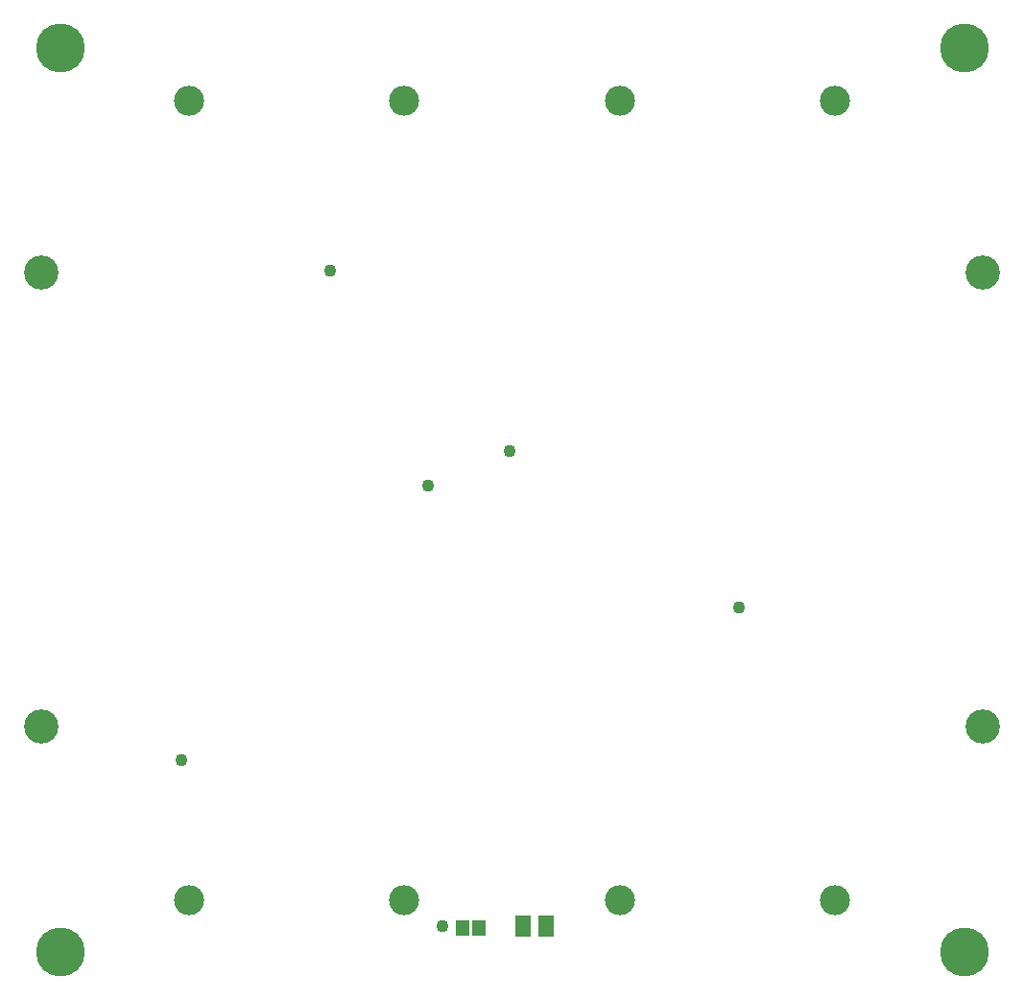
<source format=gts>
G04*
G04 #@! TF.GenerationSoftware,Altium Limited,Altium Designer,21.6.1 (37)*
G04*
G04 Layer_Color=8388736*
%FSLAX25Y25*%
%MOIN*%
G70*
G04*
G04 #@! TF.SameCoordinates,C516AF74-9130-49D1-8B6C-B0EE44DE5DC1*
G04*
G04*
G04 #@! TF.FilePolarity,Negative*
G04*
G01*
G75*
%ADD13R,0.04756X0.05543*%
%ADD14R,0.05543X0.07512*%
%ADD15C,0.10445*%
%ADD16C,0.17000*%
%ADD17C,0.11900*%
%ADD18C,0.04300*%
D13*
X-169901Y-325937D02*
D03*
X-163995D02*
D03*
D14*
X-140901Y-325337D02*
D03*
X-148775D02*
D03*
D15*
X-264803Y-38480D02*
D03*
X-40393Y-316195D02*
D03*
X-115196D02*
D03*
X-264803D02*
D03*
X-115197Y-38480D02*
D03*
X-40394D02*
D03*
X-189999Y-316195D02*
D03*
X-190000Y-38480D02*
D03*
D16*
X4385Y-334126D02*
D03*
X-309602D02*
D03*
X4385Y-20200D02*
D03*
X-309602D02*
D03*
D17*
X10823Y-255938D02*
D03*
Y-98400D02*
D03*
X-316041Y-255938D02*
D03*
X-316041Y-98400D02*
D03*
D18*
X-181751Y-172121D02*
D03*
X-215880Y-97485D02*
D03*
X-153501Y-160337D02*
D03*
X-73801Y-214645D02*
D03*
X-176671Y-325337D02*
D03*
X-267301Y-267437D02*
D03*
M02*

</source>
